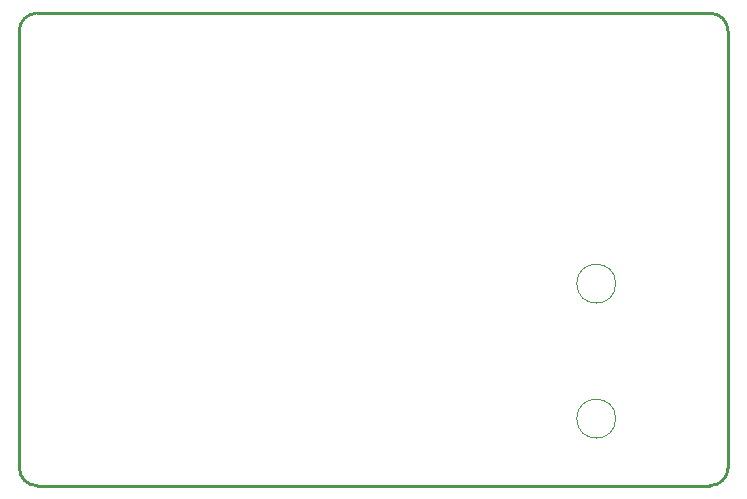
<source format=gm1>
G04*
G04 #@! TF.GenerationSoftware,Altium Limited,Altium Designer,20.0.2 (26)*
G04*
G04 Layer_Color=16711935*
%FSLAX25Y25*%
%MOIN*%
G70*
G01*
G75*
%ADD10C,0.01000*%
%ADD73C,0.00020*%
D10*
X118110Y72835D02*
G03*
X112205Y78740I-5906J0D01*
G01*
X-112205D02*
G03*
X-118110Y72835I0J-5906D01*
G01*
Y-72835D02*
G03*
X-112205Y-78740I5906J0D01*
G01*
X112205D02*
G03*
X118110Y-72835I0J5906D01*
G01*
X-112205Y78740D02*
X112205D01*
X-118110Y-72835D02*
Y72835D01*
X-112205Y-78740D02*
X112205D01*
X118110Y-72835D02*
Y72835D01*
D73*
X80705Y-11417D02*
G03*
X80705Y-11417I-6496J0D01*
G01*
X80705Y-56417D02*
G03*
X80705Y-56417I-6496J0D01*
G01*
M02*

</source>
